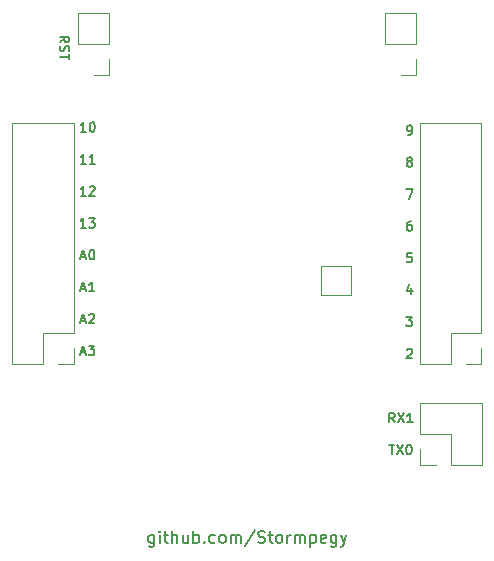
<source format=gto>
G04 #@! TF.GenerationSoftware,KiCad,Pcbnew,(5.1.4)-1*
G04 #@! TF.CreationDate,2021-04-23T00:03:44+10:00*
G04 #@! TF.ProjectId,wheel-hub-io-v1,77686565-6c2d-4687-9562-2d696f2d7631,rev?*
G04 #@! TF.SameCoordinates,Original*
G04 #@! TF.FileFunction,Legend,Top*
G04 #@! TF.FilePolarity,Positive*
%FSLAX46Y46*%
G04 Gerber Fmt 4.6, Leading zero omitted, Abs format (unit mm)*
G04 Created by KiCad (PCBNEW (5.1.4)-1) date 2021-04-23 00:03:44*
%MOMM*%
%LPD*%
G04 APERTURE LIST*
%ADD10C,0.150000*%
%ADD11C,0.120000*%
G04 APERTURE END LIST*
D10*
X62119047Y-124285714D02*
X62119047Y-125095238D01*
X62071428Y-125190476D01*
X62023809Y-125238095D01*
X61928571Y-125285714D01*
X61785714Y-125285714D01*
X61690476Y-125238095D01*
X62119047Y-124904761D02*
X62023809Y-124952380D01*
X61833333Y-124952380D01*
X61738095Y-124904761D01*
X61690476Y-124857142D01*
X61642857Y-124761904D01*
X61642857Y-124476190D01*
X61690476Y-124380952D01*
X61738095Y-124333333D01*
X61833333Y-124285714D01*
X62023809Y-124285714D01*
X62119047Y-124333333D01*
X62595238Y-124952380D02*
X62595238Y-124285714D01*
X62595238Y-123952380D02*
X62547619Y-124000000D01*
X62595238Y-124047619D01*
X62642857Y-124000000D01*
X62595238Y-123952380D01*
X62595238Y-124047619D01*
X62928571Y-124285714D02*
X63309523Y-124285714D01*
X63071428Y-123952380D02*
X63071428Y-124809523D01*
X63119047Y-124904761D01*
X63214285Y-124952380D01*
X63309523Y-124952380D01*
X63642857Y-124952380D02*
X63642857Y-123952380D01*
X64071428Y-124952380D02*
X64071428Y-124428571D01*
X64023809Y-124333333D01*
X63928571Y-124285714D01*
X63785714Y-124285714D01*
X63690476Y-124333333D01*
X63642857Y-124380952D01*
X64976190Y-124285714D02*
X64976190Y-124952380D01*
X64547619Y-124285714D02*
X64547619Y-124809523D01*
X64595238Y-124904761D01*
X64690476Y-124952380D01*
X64833333Y-124952380D01*
X64928571Y-124904761D01*
X64976190Y-124857142D01*
X65452380Y-124952380D02*
X65452380Y-123952380D01*
X65452380Y-124333333D02*
X65547619Y-124285714D01*
X65738095Y-124285714D01*
X65833333Y-124333333D01*
X65880952Y-124380952D01*
X65928571Y-124476190D01*
X65928571Y-124761904D01*
X65880952Y-124857142D01*
X65833333Y-124904761D01*
X65738095Y-124952380D01*
X65547619Y-124952380D01*
X65452380Y-124904761D01*
X66357142Y-124857142D02*
X66404761Y-124904761D01*
X66357142Y-124952380D01*
X66309523Y-124904761D01*
X66357142Y-124857142D01*
X66357142Y-124952380D01*
X67261904Y-124904761D02*
X67166666Y-124952380D01*
X66976190Y-124952380D01*
X66880952Y-124904761D01*
X66833333Y-124857142D01*
X66785714Y-124761904D01*
X66785714Y-124476190D01*
X66833333Y-124380952D01*
X66880952Y-124333333D01*
X66976190Y-124285714D01*
X67166666Y-124285714D01*
X67261904Y-124333333D01*
X67833333Y-124952380D02*
X67738095Y-124904761D01*
X67690476Y-124857142D01*
X67642857Y-124761904D01*
X67642857Y-124476190D01*
X67690476Y-124380952D01*
X67738095Y-124333333D01*
X67833333Y-124285714D01*
X67976190Y-124285714D01*
X68071428Y-124333333D01*
X68119047Y-124380952D01*
X68166666Y-124476190D01*
X68166666Y-124761904D01*
X68119047Y-124857142D01*
X68071428Y-124904761D01*
X67976190Y-124952380D01*
X67833333Y-124952380D01*
X68595238Y-124952380D02*
X68595238Y-124285714D01*
X68595238Y-124380952D02*
X68642857Y-124333333D01*
X68738095Y-124285714D01*
X68880952Y-124285714D01*
X68976190Y-124333333D01*
X69023809Y-124428571D01*
X69023809Y-124952380D01*
X69023809Y-124428571D02*
X69071428Y-124333333D01*
X69166666Y-124285714D01*
X69309523Y-124285714D01*
X69404761Y-124333333D01*
X69452380Y-124428571D01*
X69452380Y-124952380D01*
X70642857Y-123904761D02*
X69785714Y-125190476D01*
X70928571Y-124904761D02*
X71071428Y-124952380D01*
X71309523Y-124952380D01*
X71404761Y-124904761D01*
X71452380Y-124857142D01*
X71500000Y-124761904D01*
X71500000Y-124666666D01*
X71452380Y-124571428D01*
X71404761Y-124523809D01*
X71309523Y-124476190D01*
X71119047Y-124428571D01*
X71023809Y-124380952D01*
X70976190Y-124333333D01*
X70928571Y-124238095D01*
X70928571Y-124142857D01*
X70976190Y-124047619D01*
X71023809Y-124000000D01*
X71119047Y-123952380D01*
X71357142Y-123952380D01*
X71500000Y-124000000D01*
X71785714Y-124285714D02*
X72166666Y-124285714D01*
X71928571Y-123952380D02*
X71928571Y-124809523D01*
X71976190Y-124904761D01*
X72071428Y-124952380D01*
X72166666Y-124952380D01*
X72642857Y-124952380D02*
X72547619Y-124904761D01*
X72500000Y-124857142D01*
X72452380Y-124761904D01*
X72452380Y-124476190D01*
X72500000Y-124380952D01*
X72547619Y-124333333D01*
X72642857Y-124285714D01*
X72785714Y-124285714D01*
X72880952Y-124333333D01*
X72928571Y-124380952D01*
X72976190Y-124476190D01*
X72976190Y-124761904D01*
X72928571Y-124857142D01*
X72880952Y-124904761D01*
X72785714Y-124952380D01*
X72642857Y-124952380D01*
X73404761Y-124952380D02*
X73404761Y-124285714D01*
X73404761Y-124476190D02*
X73452380Y-124380952D01*
X73500000Y-124333333D01*
X73595238Y-124285714D01*
X73690476Y-124285714D01*
X74023809Y-124952380D02*
X74023809Y-124285714D01*
X74023809Y-124380952D02*
X74071428Y-124333333D01*
X74166666Y-124285714D01*
X74309523Y-124285714D01*
X74404761Y-124333333D01*
X74452380Y-124428571D01*
X74452380Y-124952380D01*
X74452380Y-124428571D02*
X74500000Y-124333333D01*
X74595238Y-124285714D01*
X74738095Y-124285714D01*
X74833333Y-124333333D01*
X74880952Y-124428571D01*
X74880952Y-124952380D01*
X75357142Y-124285714D02*
X75357142Y-125285714D01*
X75357142Y-124333333D02*
X75452380Y-124285714D01*
X75642857Y-124285714D01*
X75738095Y-124333333D01*
X75785714Y-124380952D01*
X75833333Y-124476190D01*
X75833333Y-124761904D01*
X75785714Y-124857142D01*
X75738095Y-124904761D01*
X75642857Y-124952380D01*
X75452380Y-124952380D01*
X75357142Y-124904761D01*
X76642857Y-124904761D02*
X76547619Y-124952380D01*
X76357142Y-124952380D01*
X76261904Y-124904761D01*
X76214285Y-124809523D01*
X76214285Y-124428571D01*
X76261904Y-124333333D01*
X76357142Y-124285714D01*
X76547619Y-124285714D01*
X76642857Y-124333333D01*
X76690476Y-124428571D01*
X76690476Y-124523809D01*
X76214285Y-124619047D01*
X77547619Y-124285714D02*
X77547619Y-125095238D01*
X77500000Y-125190476D01*
X77452380Y-125238095D01*
X77357142Y-125285714D01*
X77214285Y-125285714D01*
X77119047Y-125238095D01*
X77547619Y-124904761D02*
X77452380Y-124952380D01*
X77261904Y-124952380D01*
X77166666Y-124904761D01*
X77119047Y-124857142D01*
X77071428Y-124761904D01*
X77071428Y-124476190D01*
X77119047Y-124380952D01*
X77166666Y-124333333D01*
X77261904Y-124285714D01*
X77452380Y-124285714D01*
X77547619Y-124333333D01*
X77928571Y-124285714D02*
X78166666Y-124952380D01*
X78404761Y-124285714D02*
X78166666Y-124952380D01*
X78071428Y-125190476D01*
X78023809Y-125238095D01*
X77928571Y-125285714D01*
X82485714Y-114761904D02*
X82219047Y-114380952D01*
X82028571Y-114761904D02*
X82028571Y-113961904D01*
X82333333Y-113961904D01*
X82409523Y-114000000D01*
X82447619Y-114038095D01*
X82485714Y-114114285D01*
X82485714Y-114228571D01*
X82447619Y-114304761D01*
X82409523Y-114342857D01*
X82333333Y-114380952D01*
X82028571Y-114380952D01*
X82752380Y-113961904D02*
X83285714Y-114761904D01*
X83285714Y-113961904D02*
X82752380Y-114761904D01*
X84009523Y-114761904D02*
X83552380Y-114761904D01*
X83780952Y-114761904D02*
X83780952Y-113961904D01*
X83704761Y-114076190D01*
X83628571Y-114152380D01*
X83552380Y-114190476D01*
X82009523Y-116661904D02*
X82466666Y-116661904D01*
X82238095Y-117461904D02*
X82238095Y-116661904D01*
X82657142Y-116661904D02*
X83190476Y-117461904D01*
X83190476Y-116661904D02*
X82657142Y-117461904D01*
X83647619Y-116661904D02*
X83723809Y-116661904D01*
X83800000Y-116700000D01*
X83838095Y-116738095D01*
X83876190Y-116814285D01*
X83914285Y-116966666D01*
X83914285Y-117157142D01*
X83876190Y-117309523D01*
X83838095Y-117385714D01*
X83800000Y-117423809D01*
X83723809Y-117461904D01*
X83647619Y-117461904D01*
X83571428Y-117423809D01*
X83533333Y-117385714D01*
X83495238Y-117309523D01*
X83457142Y-117157142D01*
X83457142Y-116966666D01*
X83495238Y-116814285D01*
X83533333Y-116738095D01*
X83571428Y-116700000D01*
X83647619Y-116661904D01*
X56347619Y-90161904D02*
X55890476Y-90161904D01*
X56119047Y-90161904D02*
X56119047Y-89361904D01*
X56042857Y-89476190D01*
X55966666Y-89552380D01*
X55890476Y-89590476D01*
X56842857Y-89361904D02*
X56919047Y-89361904D01*
X56995238Y-89400000D01*
X57033333Y-89438095D01*
X57071428Y-89514285D01*
X57109523Y-89666666D01*
X57109523Y-89857142D01*
X57071428Y-90009523D01*
X57033333Y-90085714D01*
X56995238Y-90123809D01*
X56919047Y-90161904D01*
X56842857Y-90161904D01*
X56766666Y-90123809D01*
X56728571Y-90085714D01*
X56690476Y-90009523D01*
X56652380Y-89857142D01*
X56652380Y-89666666D01*
X56690476Y-89514285D01*
X56728571Y-89438095D01*
X56766666Y-89400000D01*
X56842857Y-89361904D01*
X56347619Y-92861904D02*
X55890476Y-92861904D01*
X56119047Y-92861904D02*
X56119047Y-92061904D01*
X56042857Y-92176190D01*
X55966666Y-92252380D01*
X55890476Y-92290476D01*
X57109523Y-92861904D02*
X56652380Y-92861904D01*
X56880952Y-92861904D02*
X56880952Y-92061904D01*
X56804761Y-92176190D01*
X56728571Y-92252380D01*
X56652380Y-92290476D01*
X56347619Y-95561904D02*
X55890476Y-95561904D01*
X56119047Y-95561904D02*
X56119047Y-94761904D01*
X56042857Y-94876190D01*
X55966666Y-94952380D01*
X55890476Y-94990476D01*
X56652380Y-94838095D02*
X56690476Y-94800000D01*
X56766666Y-94761904D01*
X56957142Y-94761904D01*
X57033333Y-94800000D01*
X57071428Y-94838095D01*
X57109523Y-94914285D01*
X57109523Y-94990476D01*
X57071428Y-95104761D01*
X56614285Y-95561904D01*
X57109523Y-95561904D01*
X56347619Y-98261904D02*
X55890476Y-98261904D01*
X56119047Y-98261904D02*
X56119047Y-97461904D01*
X56042857Y-97576190D01*
X55966666Y-97652380D01*
X55890476Y-97690476D01*
X56614285Y-97461904D02*
X57109523Y-97461904D01*
X56842857Y-97766666D01*
X56957142Y-97766666D01*
X57033333Y-97804761D01*
X57071428Y-97842857D01*
X57109523Y-97919047D01*
X57109523Y-98109523D01*
X57071428Y-98185714D01*
X57033333Y-98223809D01*
X56957142Y-98261904D01*
X56728571Y-98261904D01*
X56652380Y-98223809D01*
X56614285Y-98185714D01*
X55928571Y-100733333D02*
X56309523Y-100733333D01*
X55852380Y-100961904D02*
X56119047Y-100161904D01*
X56385714Y-100961904D01*
X56804761Y-100161904D02*
X56880952Y-100161904D01*
X56957142Y-100200000D01*
X56995238Y-100238095D01*
X57033333Y-100314285D01*
X57071428Y-100466666D01*
X57071428Y-100657142D01*
X57033333Y-100809523D01*
X56995238Y-100885714D01*
X56957142Y-100923809D01*
X56880952Y-100961904D01*
X56804761Y-100961904D01*
X56728571Y-100923809D01*
X56690476Y-100885714D01*
X56652380Y-100809523D01*
X56614285Y-100657142D01*
X56614285Y-100466666D01*
X56652380Y-100314285D01*
X56690476Y-100238095D01*
X56728571Y-100200000D01*
X56804761Y-100161904D01*
X55928571Y-103433333D02*
X56309523Y-103433333D01*
X55852380Y-103661904D02*
X56119047Y-102861904D01*
X56385714Y-103661904D01*
X57071428Y-103661904D02*
X56614285Y-103661904D01*
X56842857Y-103661904D02*
X56842857Y-102861904D01*
X56766666Y-102976190D01*
X56690476Y-103052380D01*
X56614285Y-103090476D01*
X55928571Y-106133333D02*
X56309523Y-106133333D01*
X55852380Y-106361904D02*
X56119047Y-105561904D01*
X56385714Y-106361904D01*
X56614285Y-105638095D02*
X56652380Y-105600000D01*
X56728571Y-105561904D01*
X56919047Y-105561904D01*
X56995238Y-105600000D01*
X57033333Y-105638095D01*
X57071428Y-105714285D01*
X57071428Y-105790476D01*
X57033333Y-105904761D01*
X56576190Y-106361904D01*
X57071428Y-106361904D01*
X55928571Y-108833333D02*
X56309523Y-108833333D01*
X55852380Y-109061904D02*
X56119047Y-108261904D01*
X56385714Y-109061904D01*
X56576190Y-108261904D02*
X57071428Y-108261904D01*
X56804761Y-108566666D01*
X56919047Y-108566666D01*
X56995238Y-108604761D01*
X57033333Y-108642857D01*
X57071428Y-108719047D01*
X57071428Y-108909523D01*
X57033333Y-108985714D01*
X56995238Y-109023809D01*
X56919047Y-109061904D01*
X56690476Y-109061904D01*
X56614285Y-109023809D01*
X56576190Y-108985714D01*
X83597619Y-90411904D02*
X83750000Y-90411904D01*
X83826190Y-90373809D01*
X83864285Y-90335714D01*
X83940476Y-90221428D01*
X83978571Y-90069047D01*
X83978571Y-89764285D01*
X83940476Y-89688095D01*
X83902380Y-89650000D01*
X83826190Y-89611904D01*
X83673809Y-89611904D01*
X83597619Y-89650000D01*
X83559523Y-89688095D01*
X83521428Y-89764285D01*
X83521428Y-89954761D01*
X83559523Y-90030952D01*
X83597619Y-90069047D01*
X83673809Y-90107142D01*
X83826190Y-90107142D01*
X83902380Y-90069047D01*
X83940476Y-90030952D01*
X83978571Y-89954761D01*
X83673809Y-92654761D02*
X83597619Y-92616666D01*
X83559523Y-92578571D01*
X83521428Y-92502380D01*
X83521428Y-92464285D01*
X83559523Y-92388095D01*
X83597619Y-92350000D01*
X83673809Y-92311904D01*
X83826190Y-92311904D01*
X83902380Y-92350000D01*
X83940476Y-92388095D01*
X83978571Y-92464285D01*
X83978571Y-92502380D01*
X83940476Y-92578571D01*
X83902380Y-92616666D01*
X83826190Y-92654761D01*
X83673809Y-92654761D01*
X83597619Y-92692857D01*
X83559523Y-92730952D01*
X83521428Y-92807142D01*
X83521428Y-92959523D01*
X83559523Y-93035714D01*
X83597619Y-93073809D01*
X83673809Y-93111904D01*
X83826190Y-93111904D01*
X83902380Y-93073809D01*
X83940476Y-93035714D01*
X83978571Y-92959523D01*
X83978571Y-92807142D01*
X83940476Y-92730952D01*
X83902380Y-92692857D01*
X83826190Y-92654761D01*
X83483333Y-95011904D02*
X84016666Y-95011904D01*
X83673809Y-95811904D01*
X83902380Y-97711904D02*
X83750000Y-97711904D01*
X83673809Y-97750000D01*
X83635714Y-97788095D01*
X83559523Y-97902380D01*
X83521428Y-98054761D01*
X83521428Y-98359523D01*
X83559523Y-98435714D01*
X83597619Y-98473809D01*
X83673809Y-98511904D01*
X83826190Y-98511904D01*
X83902380Y-98473809D01*
X83940476Y-98435714D01*
X83978571Y-98359523D01*
X83978571Y-98169047D01*
X83940476Y-98092857D01*
X83902380Y-98054761D01*
X83826190Y-98016666D01*
X83673809Y-98016666D01*
X83597619Y-98054761D01*
X83559523Y-98092857D01*
X83521428Y-98169047D01*
X83940476Y-100411904D02*
X83559523Y-100411904D01*
X83521428Y-100792857D01*
X83559523Y-100754761D01*
X83635714Y-100716666D01*
X83826190Y-100716666D01*
X83902380Y-100754761D01*
X83940476Y-100792857D01*
X83978571Y-100869047D01*
X83978571Y-101059523D01*
X83940476Y-101135714D01*
X83902380Y-101173809D01*
X83826190Y-101211904D01*
X83635714Y-101211904D01*
X83559523Y-101173809D01*
X83521428Y-101135714D01*
X83902380Y-103378571D02*
X83902380Y-103911904D01*
X83711904Y-103073809D02*
X83521428Y-103645238D01*
X84016666Y-103645238D01*
X83483333Y-105811904D02*
X83978571Y-105811904D01*
X83711904Y-106116666D01*
X83826190Y-106116666D01*
X83902380Y-106154761D01*
X83940476Y-106192857D01*
X83978571Y-106269047D01*
X83978571Y-106459523D01*
X83940476Y-106535714D01*
X83902380Y-106573809D01*
X83826190Y-106611904D01*
X83597619Y-106611904D01*
X83521428Y-106573809D01*
X83483333Y-106535714D01*
X83521428Y-108588095D02*
X83559523Y-108550000D01*
X83635714Y-108511904D01*
X83826190Y-108511904D01*
X83902380Y-108550000D01*
X83940476Y-108588095D01*
X83978571Y-108664285D01*
X83978571Y-108740476D01*
X83940476Y-108854761D01*
X83483333Y-109311904D01*
X83978571Y-109311904D01*
D11*
X76250000Y-104000000D02*
X76250000Y-101500000D01*
X78750000Y-104000000D02*
X76250000Y-104000000D01*
X78750000Y-101500000D02*
X78750000Y-104000000D01*
X76250000Y-101500000D02*
X78750000Y-101500000D01*
D10*
X54138095Y-82561904D02*
X54519047Y-82295238D01*
X54138095Y-82104761D02*
X54938095Y-82104761D01*
X54938095Y-82409523D01*
X54900000Y-82485714D01*
X54861904Y-82523809D01*
X54785714Y-82561904D01*
X54671428Y-82561904D01*
X54595238Y-82523809D01*
X54557142Y-82485714D01*
X54519047Y-82409523D01*
X54519047Y-82104761D01*
X54176190Y-82866666D02*
X54138095Y-82980952D01*
X54138095Y-83171428D01*
X54176190Y-83247619D01*
X54214285Y-83285714D01*
X54290476Y-83323809D01*
X54366666Y-83323809D01*
X54442857Y-83285714D01*
X54480952Y-83247619D01*
X54519047Y-83171428D01*
X54557142Y-83019047D01*
X54595238Y-82942857D01*
X54633333Y-82904761D01*
X54709523Y-82866666D01*
X54785714Y-82866666D01*
X54861904Y-82904761D01*
X54900000Y-82942857D01*
X54938095Y-83019047D01*
X54938095Y-83209523D01*
X54900000Y-83323809D01*
X54938095Y-83552380D02*
X54938095Y-84009523D01*
X54138095Y-83780952D02*
X54938095Y-83780952D01*
D11*
X89870000Y-118330000D02*
X89870000Y-113130000D01*
X87270000Y-118330000D02*
X89870000Y-118330000D01*
X84670000Y-113130000D02*
X89870000Y-113130000D01*
X87270000Y-118330000D02*
X87270000Y-115730000D01*
X87270000Y-115730000D02*
X84670000Y-115730000D01*
X84670000Y-115730000D02*
X84670000Y-113130000D01*
X86000000Y-118330000D02*
X84670000Y-118330000D01*
X84670000Y-118330000D02*
X84670000Y-117000000D01*
X55330000Y-89390000D02*
X50130000Y-89390000D01*
X55330000Y-107230000D02*
X55330000Y-89390000D01*
X50130000Y-109830000D02*
X50130000Y-89390000D01*
X55330000Y-107230000D02*
X52730000Y-107230000D01*
X52730000Y-107230000D02*
X52730000Y-109830000D01*
X52730000Y-109830000D02*
X50130000Y-109830000D01*
X55330000Y-108500000D02*
X55330000Y-109830000D01*
X55330000Y-109830000D02*
X54000000Y-109830000D01*
X89830000Y-89390000D02*
X84630000Y-89390000D01*
X89830000Y-107230000D02*
X89830000Y-89390000D01*
X84630000Y-109830000D02*
X84630000Y-89390000D01*
X89830000Y-107230000D02*
X87230000Y-107230000D01*
X87230000Y-107230000D02*
X87230000Y-109830000D01*
X87230000Y-109830000D02*
X84630000Y-109830000D01*
X89830000Y-108500000D02*
X89830000Y-109830000D01*
X89830000Y-109830000D02*
X88500000Y-109830000D01*
X84330000Y-80130000D02*
X81670000Y-80130000D01*
X84330000Y-82730000D02*
X84330000Y-80130000D01*
X81670000Y-82730000D02*
X81670000Y-80130000D01*
X84330000Y-82730000D02*
X81670000Y-82730000D01*
X84330000Y-84000000D02*
X84330000Y-85330000D01*
X84330000Y-85330000D02*
X83000000Y-85330000D01*
X58330000Y-80130000D02*
X55670000Y-80130000D01*
X58330000Y-82730000D02*
X58330000Y-80130000D01*
X55670000Y-82730000D02*
X55670000Y-80130000D01*
X58330000Y-82730000D02*
X55670000Y-82730000D01*
X58330000Y-84000000D02*
X58330000Y-85330000D01*
X58330000Y-85330000D02*
X57000000Y-85330000D01*
M02*

</source>
